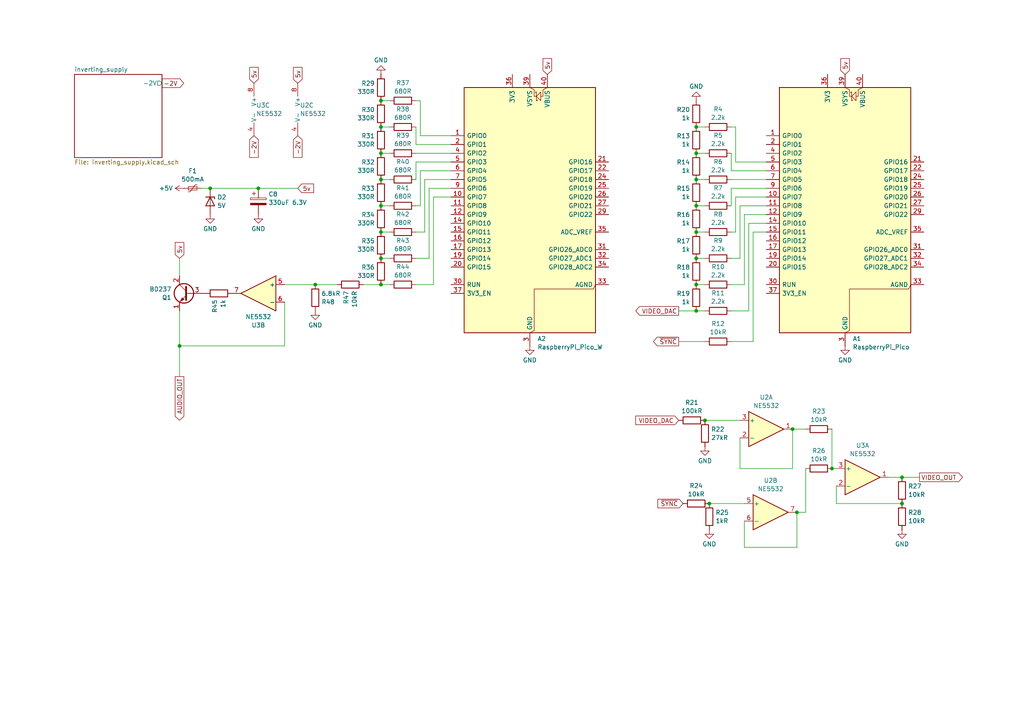
<source format=kicad_sch>
(kicad_sch (version 20231120) (generator "eeschema") (generator_version "8.0")
  (paper "A4")
  (lib_symbols
    (symbol "Amplifier_Operational:NE5532" (pin_names (offset 0.127))
      (property "Reference" "U" (at 0 5.08 0))
      (property "Value" "NE5532" (at 0 -5.08 0))
      (symbol "NE5532_1_1"
        (polyline (pts (xy -5.08 5.08) (xy 5.08 0) (xy -5.08 -5.08) (xy -5.08 5.08)) (stroke (width 0.254)) (fill (type background)))
        (pin output line (at 7.62 0 180) (length 2.54) (name "~") (number "1"))
        (pin input line (at -7.62 -2.54 0) (length 2.54) (name "-") (number "2"))
        (pin input line (at -7.62 2.54 0) (length 2.54) (name "+") (number "3"))
      )
      (symbol "NE5532_2_1"
        (polyline (pts (xy -5.08 5.08) (xy 5.08 0) (xy -5.08 -5.08) (xy -5.08 5.08)) (stroke (width 0.254)) (fill (type background)))
        (pin input line (at -7.62 2.54 0) (length 2.54) (name "+") (number "5"))
        (pin input line (at -7.62 -2.54 0) (length 2.54) (name "-") (number "6"))
        (pin output line (at 7.62 0 180) (length 2.54) (name "~") (number "7"))
      )
      (symbol "NE5532_3_1"
        (pin power_in line (at -2.54 -7.62 90) (length 3.81) (name "V-") (number "4"))
        (pin power_in line (at -2.54 7.62 270) (length 3.81) (name "V+") (number "8"))
      )
    )
    (symbol "Device:C_Polarized" (pin_numbers hide) (pin_names (offset 0.254))
      (property "Reference" "C" (at 0.635 2.54 0))
      (property "Value" "C_Polarized" (at 0.635 -2.54 0))
      (symbol "C_Polarized_0_1"
        (rectangle (start -2.286 0.508) (end 2.286 1.016))
        (polyline (pts (xy -1.778 2.286) (xy -0.762 2.286)))
        (polyline (pts (xy -1.27 2.794) (xy -1.27 1.778)))
        (rectangle (start 2.286 -0.508) (end -2.286 -1.016) (fill (type outline)))
      )
      (symbol "C_Polarized_1_1"
        (pin passive line (at 0 3.81 270) (length 2.794) (name "~") (number "1"))
        (pin passive line (at 0 -3.81 90) (length 2.794) (name "~") (number "2"))
      )
    )
    (symbol "Device:D_Zener" (pin_numbers hide) (pin_names (offset 1.016) hide)
      (property "Reference" "D" (at 0 2.54 0))
      (property "Value" "D_Zener" (at 0 -2.54 0))
      (symbol "D_Zener_0_1"
        (polyline (pts (xy 1.27 0) (xy -1.27 0)))
        (polyline (pts (xy -1.27 -1.27) (xy -1.27 1.27) (xy -0.762 1.27)) (stroke (width 0.254)))
        (polyline (pts (xy 1.27 -1.27) (xy 1.27 1.27) (xy -1.27 0) (xy 1.27 -1.27)) (stroke (width 0.254)))
      )
      (symbol "D_Zener_1_1"
        (pin passive line (at -3.81 0 0) (length 2.54) (name "K") (number "1"))
        (pin passive line (at 3.81 0 180) (length 2.54) (name "A") (number "2"))
      )
    )
    (symbol "Device:Polyfuse_Small" (pin_numbers hide) (pin_names (offset 0))
      (property "Reference" "F" (at -1.905 0 90))
      (property "Value" "Polyfuse_Small" (at 1.905 0 90))
      (symbol "Polyfuse_Small_0_1"
        (rectangle (start -0.508 1.27) (end 0.508 -1.27))
        (polyline (pts (xy 0 2.54) (xy 0 -2.54)))
        (polyline (pts (xy -1.016 1.27) (xy -1.016 0.762) (xy 1.016 -0.762) (xy 1.016 -1.27)))
      )
      (symbol "Polyfuse_Small_1_1"
        (pin passive line (at 0 2.54 270) (length 0.635) (name "~") (number "1"))
        (pin passive line (at 0 -2.54 90) (length 0.635) (name "~") (number "2"))
      )
    )
    (symbol "Device:R" (pin_numbers hide) (pin_names (offset 0))
      (property "Reference" "R" (at 2.032 0 90))
      (property "Value" "R" (at 0 0 90))
      (symbol "R_0_1"
        (rectangle (start -1.016 -2.54) (end 1.016 2.54) (stroke (width 0.254)))
      )
      (symbol "R_1_1"
        (pin passive line (at 0 3.81 270) (length 1.27) (name "~") (number "1"))
        (pin passive line (at 0 -3.81 90) (length 1.27) (name "~") (number "2"))
      )
    )
    (symbol "MCU_Module_RaspberryPi_Pico:RaspberryPi_Pico" (pin_names (offset 0.762))
      (property "Reference" "A" (at -19.05 38.1 0))
      (property "Value" "RaspberryPi_Pico" (at 7.62 38.1 0))
      (symbol "RaspberryPi_Pico_0_1"
        (rectangle (start -19.05 36.83) (end 19.05 -34.29) (stroke (width 0.254)) (fill (type background)))
        (polyline (pts (xy 0 36.83) (xy 1.27 36.195) (xy 1.27 34.29) (xy 1.905 34.29)))
        (polyline (pts (xy 1.905 34.29) (xy 3.175 35.56) (xy 3.175 33.02) (xy 1.905 34.29)))
        (polyline (pts (xy 5.08 36.83) (xy 3.81 36.195) (xy 3.81 34.29) (xy 3.175 34.29)))
        (polyline (pts (xy 0 -34.29) (xy 1.27 -33.655) (xy 1.27 -21.59) (xy 18.415 -21.59) (xy 19.05 -20.32)))
        (polyline (pts (xy 1.651 35.306) (xy 1.651 35.56) (xy 1.905 35.56) (xy 1.905 33.02) (xy 2.159 33.02) (xy 2.159 33.274)))
      )
      (symbol "RaspberryPi_Pico_1_1"
        (pin bidirectional line (at -22.86 22.86 0) (length 3.81) (name "GPIO0") (number "1"))
        (pin bidirectional line (at -22.86 5.08 0) (length 3.81) (name "GPIO7") (number "10"))
        (pin bidirectional line (at -22.86 2.54 0) (length 3.81) (name "GPIO8") (number "11"))
        (pin bidirectional line (at -22.86 0 0) (length 3.81) (name "GPIO9") (number "12"))
        (pin passive line (at 0 -38.1 90) (length 3.81) hide (name "GND") (number "13"))
        (pin bidirectional line (at -22.86 -2.54 0) (length 3.81) (name "GPIO10") (number "14"))
        (pin bidirectional line (at -22.86 -5.08 0) (length 3.81) (name "GPIO11") (number "15"))
        (pin bidirectional line (at -22.86 -7.62 0) (length 3.81) (name "GPIO12") (number "16"))
        (pin bidirectional line (at -22.86 -10.16 0) (length 3.81) (name "GPIO13") (number "17"))
        (pin passive line (at 0 -38.1 90) (length 3.81) hide (name "GND") (number "18"))
        (pin bidirectional line (at -22.86 -12.7 0) (length 3.81) (name "GPIO14") (number "19"))
        (pin bidirectional line (at -22.86 20.32 0) (length 3.81) (name "GPIO1") (number "2"))
        (pin bidirectional line (at -22.86 -15.24 0) (length 3.81) (name "GPIO15") (number "20"))
        (pin bidirectional line (at 22.86 15.24 180) (length 3.81) (name "GPIO16") (number "21"))
        (pin bidirectional line (at 22.86 12.7 180) (length 3.81) (name "GPIO17") (number "22"))
        (pin passive line (at 0 -38.1 90) (length 3.81) hide (name "GND") (number "23"))
        (pin bidirectional line (at 22.86 10.16 180) (length 3.81) (name "GPIO18") (number "24"))
        (pin bidirectional line (at 22.86 7.62 180) (length 3.81) (name "GPIO19") (number "25"))
        (pin bidirectional line (at 22.86 5.08 180) (length 3.81) (name "GPIO20") (number "26"))
        (pin bidirectional line (at 22.86 2.54 180) (length 3.81) (name "GPIO21") (number "27"))
        (pin passive line (at 0 -38.1 90) (length 3.81) hide (name "GND") (number "28"))
        (pin bidirectional line (at 22.86 0 180) (length 3.81) (name "GPIO22") (number "29"))
        (pin power_out line (at 0 -38.1 90) (length 3.81) (name "GND") (number "3"))
        (pin input line (at -22.86 -20.32 0) (length 3.81) (name "RUN") (number "30"))
        (pin bidirectional line (at 22.86 -10.16 180) (length 3.81) (name "GPIO26_ADC0") (number "31"))
        (pin bidirectional line (at 22.86 -12.7 180) (length 3.81) (name "GPIO27_ADC1") (number "32"))
        (pin power_out line (at 22.86 -20.32 180) (length 3.81) (name "AGND") (number "33"))
        (pin bidirectional line (at 22.86 -15.24 180) (length 3.81) (name "GPIO28_ADC2") (number "34"))
        (pin power_in line (at 22.86 -5.08 180) (length 3.81) (name "ADC_VREF") (number "35"))
        (pin power_out line (at -5.08 40.64 270) (length 3.81) (name "3V3") (number "36"))
        (pin input line (at -22.86 -22.86 0) (length 3.81) (name "3V3_EN") (number "37"))
        (pin passive line (at 0 -38.1 90) (length 3.81) hide (name "GND") (number "38"))
        (pin power_in line (at 0 40.64 270) (length 3.81) (name "VSYS") (number "39"))
        (pin bidirectional line (at -22.86 17.78 0) (length 3.81) (name "GPIO2") (number "4"))
        (pin power_out line (at 5.08 40.64 270) (length 3.81) (name "VBUS") (number "40"))
        (pin bidirectional line (at -22.86 15.24 0) (length 3.81) (name "GPIO3") (number "5"))
        (pin bidirectional line (at -22.86 12.7 0) (length 3.81) (name "GPIO4") (number "6"))
        (pin bidirectional line (at -22.86 10.16 0) (length 3.81) (name "GPIO5") (number "7"))
        (pin passive line (at 0 -38.1 90) (length 3.81) hide (name "GND") (number "8"))
        (pin bidirectional line (at -22.86 7.62 0) (length 3.81) (name "GPIO6") (number "9"))
      )
    )
    (symbol "MCU_Module_RaspberryPi_Pico:RaspberryPi_Pico_W" (pin_names (offset 0.762))
      (property "Reference" "A" (at -19.05 38.1 0))
      (property "Value" "RaspberryPi_Pico_W" (at 7.62 38.1 0))
      (symbol "RaspberryPi_Pico_W_0_1"
        (rectangle (start -19.05 36.83) (end 19.05 -34.29) (stroke (width 0.254)) (fill (type background)))
        (polyline (pts (xy 0 36.83) (xy 1.27 36.195) (xy 1.27 34.29) (xy 1.905 34.29)))
        (polyline (pts (xy 1.905 34.29) (xy 3.175 35.56) (xy 3.175 33.02) (xy 1.905 34.29)))
        (polyline (pts (xy 5.08 36.83) (xy 3.81 36.195) (xy 3.81 34.29) (xy 3.175 34.29)))
        (polyline (pts (xy 0 -34.29) (xy 1.27 -33.655) (xy 1.27 -21.59) (xy 18.415 -21.59) (xy 19.05 -20.32)))
        (polyline (pts (xy 1.651 35.306) (xy 1.651 35.56) (xy 1.905 35.56) (xy 1.905 33.02) (xy 2.159 33.02) (xy 2.159 33.274)))
      )
      (symbol "RaspberryPi_Pico_W_1_1"
        (pin bidirectional line (at -22.86 22.86 0) (length 3.81) (name "GPIO0") (number "1"))
        (pin bidirectional line (at -22.86 5.08 0) (length 3.81) (name "GPIO7") (number "10"))
        (pin bidirectional line (at -22.86 2.54 0) (length 3.81) (name "GPIO8") (number "11"))
        (pin bidirectional line (at -22.86 0 0) (length 3.81) (name "GPIO9") (number "12"))
        (pin passive line (at 0 -38.1 90) (length 3.81) hide (name "GND") (number "13"))
        (pin bidirectional line (at -22.86 -2.54 0) (length 3.81) (name "GPIO10") (number "14"))
        (pin bidirectional line (at -22.86 -5.08 0) (length 3.81) (name "GPIO11") (number "15"))
        (pin bidirectional line (at -22.86 -7.62 0) (length 3.81) (name "GPIO12") (number "16"))
        (pin bidirectional line (at -22.86 -10.16 0) (length 3.81) (name "GPIO13") (number "17"))
        (pin passive line (at 0 -38.1 90) (length 3.81) hide (name "GND") (number "18"))
        (pin bidirectional line (at -22.86 -12.7 0) (length 3.81) (name "GPIO14") (number "19"))
        (pin bidirectional line (at -22.86 20.32 0) (length 3.81) (name "GPIO1") (number "2"))
        (pin bidirectional line (at -22.86 -15.24 0) (length 3.81) (name "GPIO15") (number "20"))
        (pin bidirectional line (at 22.86 15.24 180) (length 3.81) (name "GPIO16") (number "21"))
        (pin bidirectional line (at 22.86 12.7 180) (length 3.81) (name "GPIO17") (number "22"))
        (pin passive line (at 0 -38.1 90) (length 3.81) hide (name "GND") (number "23"))
        (pin bidirectional line (at 22.86 10.16 180) (length 3.81) (name "GPIO18") (number "24"))
        (pin bidirectional line (at 22.86 7.62 180) (length 3.81) (name "GPIO19") (number "25"))
        (pin bidirectional line (at 22.86 5.08 180) (length 3.81) (name "GPIO20") (number "26"))
        (pin bidirectional line (at 22.86 2.54 180) (length 3.81) (name "GPIO21") (number "27"))
        (pin passive line (at 0 -38.1 90) (length 3.81) hide (name "GND") (number "28"))
        (pin bidirectional line (at 22.86 0 180) (length 3.81) (name "GPIO22") (number "29"))
        (pin power_out line (at 0 -38.1 90) (length 3.81) (name "GND") (number "3"))
        (pin input line (at -22.86 -20.32 0) (length 3.81) (name "RUN") (number "30"))
        (pin bidirectional line (at 22.86 -10.16 180) (length 3.81) (name "GPIO26_ADC0") (number "31"))
        (pin bidirectional line (at 22.86 -12.7 180) (length 3.81) (name "GPIO27_ADC1") (number "32"))
        (pin power_out line (at 22.86 -20.32 180) (length 3.81) (name "AGND") (number "33"))
        (pin bidirectional line (at 22.86 -15.24 180) (length 3.81) (name "GPIO28_ADC2") (number "34"))
        (pin power_in line (at 22.86 -5.08 180) (length 3.81) (name "ADC_VREF") (number "35"))
        (pin power_out line (at -5.08 40.64 270) (length 3.81) (name "3V3") (number "36"))
        (pin input line (at -22.86 -22.86 0) (length 3.81) (name "3V3_EN") (number "37"))
        (pin passive line (at 0 -38.1 90) (length 3.81) hide (name "GND") (number "38"))
        (pin power_in line (at 0 40.64 270) (length 3.81) (name "VSYS") (number "39"))
        (pin bidirectional line (at -22.86 17.78 0) (length 3.81) (name "GPIO2") (number "4"))
        (pin power_out line (at 5.08 40.64 270) (length 3.81) (name "VBUS") (number "40"))
        (pin bidirectional line (at -22.86 15.24 0) (length 3.81) (name "GPIO3") (number "5"))
        (pin bidirectional line (at -22.86 12.7 0) (length 3.81) (name "GPIO4") (number "6"))
        (pin bidirectional line (at -22.86 10.16 0) (length 3.81) (name "GPIO5") (number "7"))
        (pin passive line (at 0 -38.1 90) (length 3.81) hide (name "GND") (number "8"))
        (pin bidirectional line (at -22.86 7.62 0) (length 3.81) (name "GPIO6") (number "9"))
      )
    )
    (symbol "Transistor_BJT:BD237" (pin_names (offset 0) hide)
      (property "Reference" "Q" (at 5.08 1.905 0))
      (property "Value" "BD237" (at 5.08 0 0))
      (symbol "BD237_0_1"
        (polyline (pts (xy 0 0) (xy 0.635 0)))
        (polyline (pts (xy 2.54 -2.54) (xy 0.635 -0.635)))
        (polyline (pts (xy 2.54 2.54) (xy 0.635 0.635)))
        (polyline (pts (xy 0.635 1.905) (xy 0.635 -1.905) (xy 0.635 -1.905)) (stroke (width 0.508)) (fill (type outline)))
        (polyline (pts (xy 1.2446 -1.778) (xy 1.7526 -1.27) (xy 2.286 -2.286) (xy 1.2446 -1.778) (xy 1.2446 -1.778)) (fill (type outline)))
        (circle (center 1.27 0) (radius 2.8194) (stroke (width 0.3048)))
      )
      (symbol "BD237_1_1"
        (pin passive line (at 2.54 -5.08 90) (length 2.54) (name "E") (number "1"))
        (pin passive line (at 2.54 5.08 270) (length 2.54) (name "C") (number "2"))
        (pin input line (at -5.08 0 0) (length 5.08) (name "B") (number "3"))
      )
    )
    (symbol "power:+5V" (power) (pin_numbers hide) (pin_names (offset 0) hide)
      (property "Value" "+5V" (at 0 3.556 0))
      (symbol "+5V_0_1"
        (polyline (pts (xy -0.762 1.27) (xy 0 2.54)))
        (polyline (pts (xy 0 0) (xy 0 2.54)))
        (polyline (pts (xy 0 2.54) (xy 0.762 1.27)))
      )
      (symbol "+5V_1_1"
        (pin power_in line (at 0 0 90) (length 0) (name "~") (number "1"))
      )
    )
    (symbol "power:GND" (power) (pin_numbers hide) (pin_names (offset 0) hide)
      (property "Value" "GND" (at 0 -3.81 0))
      (symbol "GND_0_1"
        (polyline (pts (xy 0 0) (xy 0 -1.27) (xy 1.27 -1.27) (xy 0 -2.54) (xy -1.27 -1.27) (xy 0 -1.27)))
      )
      (symbol "GND_1_1"
        (pin power_in line (at 0 0 270) (length 0) (name "~") (number "1"))
      )
    )
  )
  (junction (at 201.93 74.93))
  (junction (at 201.93 67.31))
  (junction (at 261.62 138.43))
  (junction (at 110.49 36.83))
  (junction (at 91.44 82.55))
  (junction (at 231.14 148.59))
  (junction (at 110.49 44.45))
  (junction (at 110.49 67.31))
  (junction (at 110.49 82.55))
  (junction (at 60.96 54.61))
  (junction (at 110.49 59.69))
  (junction (at 52.07 100.33))
  (junction (at 261.62 146.05))
  (junction (at 201.93 82.55))
  (junction (at 201.93 59.69))
  (junction (at 110.49 29.21))
  (junction (at 110.49 52.07))
  (junction (at 229.87 124.46))
  (junction (at 110.49 74.93))
  (junction (at 201.93 44.45))
  (junction (at 205.74 146.05))
  (junction (at 201.93 90.17))
  (junction (at 201.93 52.07))
  (junction (at 74.93 54.61))
  (junction (at 241.3 135.89))
  (junction (at 201.93 36.83))
  (junction (at 204.47 121.92))
  (wire (pts (xy 201.93 44.45) (xy 204.47 44.45)))
  (wire (pts (xy 212.09 54.61) (xy 212.09 59.69)))
  (wire (pts (xy 110.49 44.45) (xy 113.03 44.45)))
  (wire (pts (xy 201.93 36.83) (xy 204.47 36.83)))
  (wire (pts (xy 214.63 59.69) (xy 214.63 74.93)))
  (wire (pts (xy 120.65 82.55) (xy 125.73 82.55)))
  (wire (pts (xy 201.93 67.31) (xy 204.47 67.31)))
  (wire (pts (xy 217.17 64.77) (xy 217.17 90.17)))
  (wire (pts (xy 201.93 52.07) (xy 204.47 52.07)))
  (wire (pts (xy 196.85 99.06) (xy 204.47 99.06)))
  (wire (pts (xy 120.65 46.99) (xy 120.65 52.07)))
  (wire (pts (xy 212.09 49.53) (xy 212.09 44.45)))
  (wire (pts (xy 222.25 54.61) (xy 212.09 54.61)))
  (wire (pts (xy 261.62 146.05) (xy 242.57 146.05)))
  (wire (pts (xy 212.09 90.17) (xy 217.17 90.17)))
  (wire (pts (xy 130.81 52.07) (xy 123.19 52.07)))
  (wire (pts (xy 222.25 49.53) (xy 212.09 49.53)))
  (wire (pts (xy 215.9 158.75) (xy 231.14 158.75)))
  (wire (pts (xy 110.49 67.31) (xy 113.03 67.31)))
  (wire (pts (xy 201.93 90.17) (xy 204.47 90.17)))
  (wire (pts (xy 110.49 59.69) (xy 113.03 59.69)))
  (wire (pts (xy 52.07 74.93) (xy 52.07 80.01)))
  (wire (pts (xy 213.36 57.15) (xy 213.36 67.31)))
  (wire (pts (xy 215.9 151.13) (xy 215.9 158.75)))
  (wire (pts (xy 120.65 44.45) (xy 130.81 44.45)))
  (wire (pts (xy 201.93 74.93) (xy 204.47 74.93)))
  (wire (pts (xy 204.47 121.92) (xy 214.63 121.92)))
  (wire (pts (xy 121.92 39.37) (xy 121.92 29.21)))
  (wire (pts (xy 261.62 138.43) (xy 266.7 138.43)))
  (wire (pts (xy 130.81 54.61) (xy 124.46 54.61)))
  (wire (pts (xy 91.44 82.55) (xy 97.79 82.55)))
  (wire (pts (xy 213.36 36.83) (xy 212.09 36.83)))
  (wire (pts (xy 196.85 90.17) (xy 201.93 90.17)))
  (wire (pts (xy 222.25 64.77) (xy 217.17 64.77)))
  (wire (pts (xy 212.09 52.07) (xy 222.25 52.07)))
  (wire (pts (xy 201.93 59.69) (xy 204.47 59.69)))
  (wire (pts (xy 124.46 74.93) (xy 120.65 74.93)))
  (wire (pts (xy 121.92 59.69) (xy 120.65 59.69)))
  (wire (pts (xy 74.93 54.61) (xy 86.36 54.61)))
  (wire (pts (xy 130.81 46.99) (xy 120.65 46.99)))
  (wire (pts (xy 110.49 74.93) (xy 113.03 74.93)))
  (wire (pts (xy 213.36 67.31) (xy 212.09 67.31)))
  (wire (pts (xy 82.55 100.33) (xy 82.55 87.63)))
  (wire (pts (xy 233.68 124.46) (xy 229.87 124.46)))
  (wire (pts (xy 213.36 46.99) (xy 213.36 36.83)))
  (wire (pts (xy 121.92 39.37) (xy 130.81 39.37)))
  (wire (pts (xy 241.3 135.89) (xy 242.57 135.89)))
  (wire (pts (xy 52.07 90.17) (xy 52.07 100.33)))
  (wire (pts (xy 222.25 57.15) (xy 213.36 57.15)))
  (wire (pts (xy 205.74 146.05) (xy 215.9 146.05)))
  (wire (pts (xy 52.07 100.33) (xy 52.07 109.22)))
  (wire (pts (xy 257.81 138.43) (xy 261.62 138.43)))
  (wire (pts (xy 124.46 54.61) (xy 124.46 74.93)))
  (wire (pts (xy 60.96 54.61) (xy 74.93 54.61)))
  (wire (pts (xy 123.19 52.07) (xy 123.19 67.31)))
  (wire (pts (xy 214.63 127) (xy 214.63 135.89)))
  (wire (pts (xy 222.25 67.31) (xy 218.44 67.31)))
  (wire (pts (xy 233.68 148.59) (xy 231.14 148.59)))
  (wire (pts (xy 231.14 158.75) (xy 231.14 148.59)))
  (wire (pts (xy 215.9 82.55) (xy 212.09 82.55)))
  (wire (pts (xy 130.81 41.91) (xy 120.65 41.91)))
  (wire (pts (xy 125.73 57.15) (xy 125.73 82.55)))
  (wire (pts (xy 213.36 46.99) (xy 222.25 46.99)))
  (wire (pts (xy 110.49 52.07) (xy 113.03 52.07)))
  (wire (pts (xy 110.49 82.55) (xy 113.03 82.55)))
  (wire (pts (xy 218.44 67.31) (xy 218.44 99.06)))
  (wire (pts (xy 222.25 62.23) (xy 215.9 62.23)))
  (wire (pts (xy 229.87 135.89) (xy 229.87 124.46)))
  (wire (pts (xy 110.49 36.83) (xy 113.03 36.83)))
  (wire (pts (xy 215.9 62.23) (xy 215.9 82.55)))
  (wire (pts (xy 218.44 99.06) (xy 212.09 99.06)))
  (wire (pts (xy 201.93 82.55) (xy 204.47 82.55)))
  (wire (pts (xy 82.55 82.55) (xy 91.44 82.55)))
  (wire (pts (xy 214.63 74.93) (xy 212.09 74.93)))
  (wire (pts (xy 241.3 124.46) (xy 241.3 135.89)))
  (wire (pts (xy 130.81 57.15) (xy 125.73 57.15)))
  (wire (pts (xy 130.81 49.53) (xy 121.92 49.53)))
  (wire (pts (xy 233.68 135.89) (xy 233.68 148.59)))
  (wire (pts (xy 110.49 29.21) (xy 113.03 29.21)))
  (wire (pts (xy 105.41 82.55) (xy 110.49 82.55)))
  (wire (pts (xy 121.92 29.21) (xy 120.65 29.21)))
  (wire (pts (xy 222.25 59.69) (xy 214.63 59.69)))
  (wire (pts (xy 214.63 135.89) (xy 229.87 135.89)))
  (wire (pts (xy 242.57 146.05) (xy 242.57 140.97)))
  (wire (pts (xy 121.92 49.53) (xy 121.92 59.69)))
  (wire (pts (xy 120.65 41.91) (xy 120.65 36.83)))
  (wire (pts (xy 58.42 54.61) (xy 60.96 54.61)))
  (wire (pts (xy 52.07 100.33) (xy 82.55 100.33)))
  (wire (pts (xy 123.19 67.31) (xy 120.65 67.31)))
  (global_label "~{SYNC}" (shape output) (at 196.85 99.06 180) (property "Intersheetrefs" "${INTERSHEET_REFS}" (effects (hide yes))))
  (global_label "5v" (shape input) (at 86.36 24.13 90) (property "Intersheetrefs" "${INTERSHEET_REFS}" (effects (hide yes))))
  (global_label "VIDEO_DAC" (shape input) (at 196.85 121.92 180) (property "Intersheetrefs" "${INTERSHEET_REFS}" (effects (hide yes))))
  (global_label "5v" (shape input) (at 73.66 24.13 90) (property "Intersheetrefs" "${INTERSHEET_REFS}" (effects (hide yes))))
  (global_label "5v" (shape input) (at 86.36 54.61 0) (property "Intersheetrefs" "${INTERSHEET_REFS}" (effects (hide yes))))
  (global_label "-2V" (shape input) (at 73.66 39.37 270) (property "Intersheetrefs" "${INTERSHEET_REFS}" (effects (hide yes))))
  (global_label "-2V" (shape output) (at 46.99 24.13 0) (property "Intersheetrefs" "${INTERSHEET_REFS}" (effects (hide yes))))
  (global_label "5v" (shape input) (at 158.75 21.59 90) (property "Intersheetrefs" "${INTERSHEET_REFS}" (effects (hide yes))))
  (global_label "~{SYNC}" (shape input) (at 198.12 146.05 180) (property "Intersheetrefs" "${INTERSHEET_REFS}" (effects (hide yes))))
  (global_label "VIDEO_DAC" (shape output) (at 196.85 90.17 180) (property "Intersheetrefs" "${INTERSHEET_REFS}" (effects (hide yes))))
  (global_label "VIDEO_OUT" (shape output) (at 266.7 138.43 0) (property "Intersheetrefs" "${INTERSHEET_REFS}" (effects (hide yes))))
  (global_label "-2V" (shape input) (at 86.36 39.37 270) (property "Intersheetrefs" "${INTERSHEET_REFS}" (effects (hide yes))))
  (global_label "AUDIO_OUT" (shape output) (at 52.07 109.22 270) (property "Intersheetrefs" "${INTERSHEET_REFS}" (effects (hide yes))))
  (global_label "5v" (shape input) (at 245.11 21.59 90) (property "Intersheetrefs" "${INTERSHEET_REFS}" (effects (hide yes))))
  (global_label "5v" (shape input) (at 52.07 74.93 90) (property "Intersheetrefs" "${INTERSHEET_REFS}" (effects (hide yes))))
  (symbol (lib_id "Device:R") (at 208.28 67.31 90) (unit 1)
    (property "Reference" "R8" (at 208.28 62.1495 90))
    (property "Value" "2.2k" (at 208.28 64.5738 90))
    (property "Description" "Resistor" (effects (hide yes)))
  )
  (symbol (lib_id "Device:C_Polarized") (at 74.93 58.42 0) (unit 1)
    (property "Reference" "C8" (at 77.851 56.3188 0) (effects (justify left)))
    (property "Value" "330uF 6.3V" (at 77.851 58.7431 0) (effects (justify left)))
    (property "Description" "Polarized capacitor" (effects (hide yes)))
  )
  (symbol (lib_id "Device:R") (at 110.49 33.02 0) (mirror x) (unit 1)
    (property "Reference" "R30" (at 108.712 31.8078 0) (effects (justify right)))
    (property "Value" "330R" (at 108.712 34.2321 0) (effects (justify right)))
    (property "Description" "Resistor" (effects (hide yes)))
  )
  (symbol (lib_id "power:GND") (at 153.67 100.33 0) (unit 1)
    (property "Reference" "#PWR015" (effects (hide yes)))
    (property "Value" "GND" (at 153.67 104.4631 0))
    (property "Description" "Power symbol creates a global label with name \"GND\" , ground" (effects (hide yes)))
  )
  (symbol (lib_id "Device:R") (at 201.93 55.88 0) (mirror x) (unit 1)
    (property "Reference" "R15" (at 200.152 54.6678 0) (effects (justify right)))
    (property "Value" "1k" (at 200.152 57.0921 0) (effects (justify right)))
    (property "Description" "Resistor" (effects (hide yes)))
  )
  (symbol (lib_id "Device:R") (at 110.49 63.5 0) (mirror x) (unit 1)
    (property "Reference" "R34" (at 108.712 62.2878 0) (effects (justify right)))
    (property "Value" "330R" (at 108.712 64.7121 0) (effects (justify right)))
    (property "Description" "Resistor" (effects (hide yes)))
  )
  (symbol (lib_id "Device:R") (at 101.6 82.55 270) (mirror x) (unit 1)
    (property "Reference" "R47" (at 100.3878 84.328 0) (effects (justify right)))
    (property "Value" "10kR" (at 102.8121 84.328 0) (effects (justify right)))
    (property "Description" "Resistor" (effects (hide yes)))
  )
  (symbol (lib_id "Device:R") (at 208.28 99.06 90) (unit 1)
    (property "Reference" "R12" (at 208.28 93.8995 90))
    (property "Value" "10kR" (at 208.28 96.3238 90))
    (property "Description" "Resistor" (effects (hide yes)))
  )
  (symbol (lib_id "Amplifier_Operational:NE5532") (at 250.19 138.43 0) (unit 1)
    (property "Reference" "U3" (at 250.19 129.2055 0))
    (property "Value" "NE5532" (at 250.19 131.6298 0))
    (property "Datasheet" "http://www.ti.com/lit/ds/symlink/ne5532.pdf" (effects (hide yes)))
    (property "Description" "Dual Low-Noise Operational Amplifiers, DIP-8/SOIC-8" (effects (hide yes)))
  )
  (symbol (lib_id "Device:R") (at 205.74 149.86 0) (unit 1)
    (property "Reference" "R25" (at 207.518 148.6478 0) (effects (justify left)))
    (property "Value" "1kR" (at 207.518 151.0721 0) (effects (justify left)))
    (property "Description" "Resistor" (effects (hide yes)))
  )
  (symbol (lib_id "power:GND") (at 74.93 62.23 0) (unit 1)
    (property "Reference" "#PWR019" (effects (hide yes)))
    (property "Value" "GND" (at 74.93 66.3631 0))
    (property "Description" "Power symbol creates a global label with name \"GND\" , ground" (effects (hide yes)))
  )
  (symbol (lib_id "Device:D_Zener") (at 60.96 58.42 270) (unit 1)
    (property "Reference" "D2" (at 62.992 57.2078 90) (effects (justify left)))
    (property "Value" "5V" (at 62.992 59.6321 90) (effects (justify left)))
    (property "Description" "Zener diode" (effects (hide yes)))
  )
  (symbol (lib_id "Device:R") (at 208.28 82.55 90) (unit 1)
    (property "Reference" "R10" (at 208.28 77.3895 90))
    (property "Value" "2.2k" (at 208.28 79.8138 90))
    (property "Description" "Resistor" (effects (hide yes)))
  )
  (symbol (lib_id "Amplifier_Operational:NE5532") (at 88.9 31.75 0) (unit 3)
    (property "Reference" "U2" (at 86.995 30.5378 0) (effects (justify left)))
    (property "Value" "NE5532" (at 86.995 32.9621 0) (effects (justify left)))
    (property "Datasheet" "http://www.ti.com/lit/ds/symlink/ne5532.pdf" (effects (hide yes)))
    (property "Description" "Dual Low-Noise Operational Amplifiers, DIP-8/SOIC-8" (effects (hide yes)))
  )
  (symbol (lib_id "Device:R") (at 116.84 36.83 90) (unit 1)
    (property "Reference" "R38" (at 116.84 31.6695 90))
    (property "Value" "680R" (at 116.84 34.0938 90))
    (property "Description" "Resistor" (effects (hide yes)))
  )
  (symbol (lib_id "Device:R") (at 208.28 52.07 90) (unit 1)
    (property "Reference" "R6" (at 208.28 46.9095 90))
    (property "Value" "2.2k" (at 208.28 49.3338 90))
    (property "Description" "Resistor" (effects (hide yes)))
  )
  (symbol (lib_id "Amplifier_Operational:NE5532") (at 76.2 31.75 0) (unit 3)
    (property "Reference" "U3" (at 74.295 30.5378 0) (effects (justify left)))
    (property "Value" "NE5532" (at 74.295 32.9621 0) (effects (justify left)))
    (property "Datasheet" "http://www.ti.com/lit/ds/symlink/ne5532.pdf" (effects (hide yes)))
    (property "Description" "Dual Low-Noise Operational Amplifiers, DIP-8/SOIC-8" (effects (hide yes)))
  )
  (symbol (lib_id "Device:R") (at 201.93 146.05 270) (unit 1)
    (property "Reference" "R24" (at 201.93 140.8895 90))
    (property "Value" "10kR" (at 201.93 143.3138 90))
    (property "Description" "Resistor" (effects (hide yes)))
  )
  (symbol (lib_id "Device:R") (at 208.28 59.69 90) (unit 1)
    (property "Reference" "R7" (at 208.28 54.5295 90))
    (property "Value" "2.2k" (at 208.28 56.9538 90))
    (property "Description" "Resistor" (effects (hide yes)))
  )
  (symbol (lib_id "Amplifier_Operational:NE5532") (at 223.52 148.59 0) (unit 2)
    (property "Reference" "U2" (at 223.52 139.3655 0))
    (property "Value" "NE5532" (at 223.52 141.7898 0))
    (property "Datasheet" "http://www.ti.com/lit/ds/symlink/ne5532.pdf" (effects (hide yes)))
    (property "Description" "Dual Low-Noise Operational Amplifiers, DIP-8/SOIC-8" (effects (hide yes)))
  )
  (symbol (lib_id "Device:R") (at 201.93 86.36 0) (mirror x) (unit 1)
    (property "Reference" "R19" (at 200.152 85.1478 0) (effects (justify right)))
    (property "Value" "1k" (at 200.152 87.5721 0) (effects (justify right)))
    (property "Description" "Resistor" (effects (hide yes)))
  )
  (symbol (lib_id "Amplifier_Operational:NE5532") (at 74.93 85.09 0) (mirror y) (unit 2)
    (property "Reference" "U3" (at 74.93 94.3145 0))
    (property "Value" "NE5532" (at 74.93 91.8902 0))
    (property "Datasheet" "http://www.ti.com/lit/ds/symlink/ne5532.pdf" (effects (hide yes)))
    (property "Description" "Dual Low-Noise Operational Amplifiers, DIP-8/SOIC-8" (effects (hide yes)))
  )
  (symbol (lib_id "Device:R") (at 201.93 40.64 0) (mirror x) (unit 1)
    (property "Reference" "R13" (at 200.152 39.4278 0) (effects (justify right)))
    (property "Value" "1k" (at 200.152 41.8521 0) (effects (justify right)))
    (property "Description" "Resistor" (effects (hide yes)))
  )
  (symbol (lib_id "Device:R") (at 200.66 121.92 90) (unit 1)
    (property "Reference" "R21" (at 200.66 116.7595 90))
    (property "Value" "100kR" (at 200.66 119.1838 90))
    (property "Description" "Resistor" (effects (hide yes)))
  )
  (symbol (lib_id "power:GND") (at 205.74 153.67 0) (unit 1)
    (property "Reference" "#PWR012" (effects (hide yes)))
    (property "Value" "GND" (at 205.74 157.8031 0))
    (property "Description" "Power symbol creates a global label with name \"GND\" , ground" (effects (hide yes)))
  )
  (symbol (lib_id "power:GND") (at 204.47 129.54 0) (unit 1)
    (property "Reference" "#PWR011" (effects (hide yes)))
    (property "Value" "GND" (at 204.47 133.6731 0))
    (property "Description" "Power symbol creates a global label with name \"GND\" , ground" (effects (hide yes)))
  )
  (symbol (lib_id "power:GND") (at 245.11 100.33 0) (unit 1)
    (property "Reference" "#PWR010" (effects (hide yes)))
    (property "Value" "GND" (at 245.11 104.4631 0))
    (property "Description" "Power symbol creates a global label with name \"GND\" , ground" (effects (hide yes)))
  )
  (symbol (lib_id "Device:R") (at 261.62 142.24 0) (unit 1)
    (property "Reference" "R27" (at 263.398 141.0278 0) (effects (justify left)))
    (property "Value" "10kR" (at 263.398 143.4521 0) (effects (justify left)))
    (property "Description" "Resistor" (effects (hide yes)))
  )
  (symbol (lib_id "power:GND") (at 261.62 153.67 0) (unit 1)
    (property "Reference" "#PWR013" (effects (hide yes)))
    (property "Value" "GND" (at 261.62 157.8031 0))
    (property "Description" "Power symbol creates a global label with name \"GND\" , ground" (effects (hide yes)))
  )
  (symbol (lib_id "power:GND") (at 91.44 90.17 0) (unit 1)
    (property "Reference" "#PWR016" (effects (hide yes)))
    (property "Value" "GND" (at 91.44 94.3031 0))
    (property "Description" "Power symbol creates a global label with name \"GND\" , ground" (effects (hide yes)))
  )
  (symbol (lib_id "Device:R") (at 110.49 40.64 0) (mirror x) (unit 1)
    (property "Reference" "R31" (at 108.712 39.4278 0) (effects (justify right)))
    (property "Value" "330R" (at 108.712 41.8521 0) (effects (justify right)))
    (property "Description" "Resistor" (effects (hide yes)))
  )
  (symbol (lib_id "Device:R") (at 208.28 74.93 90) (unit 1)
    (property "Reference" "R9" (at 208.28 69.7695 90))
    (property "Value" "2.2k" (at 208.28 72.1938 90))
    (property "Description" "Resistor" (effects (hide yes)))
  )
  (symbol (lib_id "Device:R") (at 110.49 78.74 0) (mirror x) (unit 1)
    (property "Reference" "R36" (at 108.712 77.5278 0) (effects (justify right)))
    (property "Value" "330R" (at 108.712 79.9521 0) (effects (justify right)))
    (property "Description" "Resistor" (effects (hide yes)))
  )
  (symbol (lib_id "Device:R") (at 201.93 78.74 0) (mirror x) (unit 1)
    (property "Reference" "R18" (at 200.152 77.5278 0) (effects (justify right)))
    (property "Value" "1k" (at 200.152 79.9521 0) (effects (justify right)))
    (property "Description" "Resistor" (effects (hide yes)))
  )
  (symbol (lib_id "Device:R") (at 208.28 36.83 90) (unit 1)
    (property "Reference" "R4" (at 208.28 31.6695 90))
    (property "Value" "2.2k" (at 208.28 34.0938 90))
    (property "Description" "Resistor" (effects (hide yes)))
  )
  (symbol (lib_id "Device:R") (at 201.93 33.02 0) (mirror x) (unit 1)
    (property "Reference" "R20" (at 200.152 31.8078 0) (effects (justify right)))
    (property "Value" "1k" (at 200.152 34.2321 0) (effects (justify right)))
    (property "Description" "Resistor" (effects (hide yes)))
  )
  (symbol (lib_id "MCU_Module_RaspberryPi_Pico:RaspberryPi_Pico") (at 245.11 62.23 0) (unit 1)
    (property "Reference" "A1" (at 247.3041 98.2401 0) (effects (justify left)))
    (property "Value" "RaspberryPi_Pico" (at 247.3041 100.6644 0) (effects (justify left)))
    (property "Footprint" "Module_RaspberryPi_Pico:RaspberryPi_Pico_Common" (effects (hide yes)))
    (property "Datasheet" "https://datasheets.raspberrypi.com/pico/pico-datasheet.pdf" (effects (hide yes)))
    (property "Description" "Versatile and inexpensive microcontroller module powered by RP2040 dual-core Arm Cortex-M0+ processor up to 133 MHz, 264kB SRAM, 2MB QSPI flash" (effects (hide yes)))
  )
  (symbol (lib_id "Device:R") (at 110.49 25.4 0) (mirror x) (unit 1)
    (property "Reference" "R29" (at 108.712 24.1878 0) (effects (justify right)))
    (property "Value" "330R" (at 108.712 26.6121 0) (effects (justify right)))
    (property "Description" "Resistor" (effects (hide yes)))
  )
  (symbol (lib_id "power:GND") (at 60.96 62.23 0) (unit 1)
    (property "Reference" "#PWR018" (effects (hide yes)))
    (property "Value" "GND" (at 60.96 66.3631 0))
    (property "Description" "Power symbol creates a global label with name \"GND\" , ground" (effects (hide yes)))
  )
  (symbol (lib_id "Device:R") (at 116.84 44.45 90) (unit 1)
    (property "Reference" "R39" (at 116.84 39.2895 90))
    (property "Value" "680R" (at 116.84 41.7138 90))
    (property "Description" "Resistor" (effects (hide yes)))
  )
  (symbol (lib_id "Device:Polyfuse_Small") (at 55.88 54.61 90) (unit 1)
    (property "Reference" "F1" (at 55.88 49.5765 90))
    (property "Value" "500mA" (at 55.88 52.0008 90))
    (property "Description" "Resettable fuse, polymeric positive temperature coefficient, small symbol" (effects (hide yes)))
  )
  (symbol (lib_id "Device:R") (at 237.49 124.46 270) (unit 1)
    (property "Reference" "R23" (at 237.49 119.2995 90))
    (property "Value" "10kR" (at 237.49 121.7238 90))
    (property "Description" "Resistor" (effects (hide yes)))
  )
  (symbol (lib_id "Device:R") (at 116.84 29.21 90) (unit 1)
    (property "Reference" "R37" (at 116.84 24.0495 90))
    (property "Value" "680R" (at 116.84 26.4738 90))
    (property "Description" "Resistor" (effects (hide yes)))
  )
  (symbol (lib_id "Device:R") (at 204.47 125.73 180) (unit 1)
    (property "Reference" "R22" (at 206.248 124.5178 0) (effects (justify right)))
    (property "Value" "27kR" (at 206.248 126.9421 0) (effects (justify right)))
    (property "Description" "Resistor" (effects (hide yes)))
  )
  (symbol (lib_id "Device:R") (at 237.49 135.89 270) (unit 1)
    (property "Reference" "R26" (at 237.49 130.7295 90))
    (property "Value" "10kR" (at 237.49 133.1538 90))
    (property "Description" "Resistor" (effects (hide yes)))
  )
  (symbol (lib_id "Device:R") (at 116.84 59.69 90) (unit 1)
    (property "Reference" "R41" (at 116.84 54.5295 90))
    (property "Value" "680R" (at 116.84 56.9538 90))
    (property "Description" "Resistor" (effects (hide yes)))
  )
  (symbol (lib_id "Device:R") (at 116.84 82.55 90) (unit 1)
    (property "Reference" "R44" (at 116.84 77.3895 90))
    (property "Value" "680R" (at 116.84 79.8138 90))
    (property "Description" "Resistor" (effects (hide yes)))
  )
  (symbol (lib_id "Device:R") (at 201.93 71.12 0) (mirror x) (unit 1)
    (property "Reference" "R17" (at 200.152 69.9078 0) (effects (justify right)))
    (property "Value" "1k" (at 200.152 72.3321 0) (effects (justify right)))
    (property "Description" "Resistor" (effects (hide yes)))
  )
  (symbol (lib_id "Transistor_BJT:BD237") (at 54.61 85.09 0) (mirror y) (unit 1)
    (property "Reference" "Q1" (at 49.7333 86.3022 0) (effects (justify left)))
    (property "Value" "BD237" (at 49.7333 83.8779 0) (effects (justify left)))
    (property "Footprint" "Package_TO_SOT_THT:TO-126-3_Vertical" (effects (hide yes)))
    (property "Datasheet" "https://media.digikey.com/pdf/Data%20Sheets/Micro%20Commercial%20PDFs/BD233,235,237.pdf" (effects (hide yes)))
    (property "Description" "2A Ic, 80V Vce, Low Voltage Transistor, TO-126" (effects (hide yes)))
  )
  (symbol (lib_id "Device:R") (at 261.62 149.86 0) (unit 1)
    (property "Reference" "R28" (at 263.398 148.6478 0) (effects (justify left)))
    (property "Value" "10kR" (at 263.398 151.0721 0) (effects (justify left)))
    (property "Description" "Resistor" (effects (hide yes)))
  )
  (symbol (lib_id "Device:R") (at 116.84 67.31 90) (unit 1)
    (property "Reference" "R42" (at 116.84 62.1495 90))
    (property "Value" "680R" (at 116.84 64.5738 90))
    (property "Description" "Resistor" (effects (hide yes)))
  )
  (symbol (lib_id "Device:R") (at 116.84 74.93 90) (unit 1)
    (property "Reference" "R43" (at 116.84 69.7695 90))
    (property "Value" "680R" (at 116.84 72.1938 90))
    (property "Description" "Resistor" (effects (hide yes)))
  )
  (symbol (lib_id "Device:R") (at 63.5 85.09 270) (mirror x) (unit 1)
    (property "Reference" "R45" (at 62.2878 86.868 0) (effects (justify right)))
    (property "Value" "1k" (at 64.7121 86.868 0) (effects (justify right)))
    (property "Description" "Resistor" (effects (hide yes)))
  )
  (symbol (lib_id "Device:R") (at 110.49 71.12 0) (mirror x) (unit 1)
    (property "Reference" "R35" (at 108.712 69.9078 0) (effects (justify right)))
    (property "Value" "330R" (at 108.712 72.3321 0) (effects (justify right)))
    (property "Description" "Resistor" (effects (hide yes)))
  )
  (symbol (lib_id "Amplifier_Operational:NE5532") (at 222.25 124.46 0) (unit 1)
    (property "Reference" "U2" (at 222.25 115.2355 0))
    (property "Value" "NE5532" (at 222.25 117.6598 0))
    (property "Datasheet" "http://www.ti.com/lit/ds/symlink/ne5532.pdf" (effects (hide yes)))
    (property "Description" "Dual Low-Noise Operational Amplifiers, DIP-8/SOIC-8" (effects (hide yes)))
  )
  (symbol (lib_id "power:+5V") (at 53.34 54.61 90) (unit 1)
    (property "Reference" "#PWR017" (effects (hide yes)))
    (property "Value" "+5V" (at 50.1651 54.61 90) (effects (justify left)))
    (property "Description" "Power symbol creates a global label with name \"+5V\"" (effects (hide yes)))
  )
  (symbol (lib_id "power:GND") (at 201.93 29.21 180) (unit 1)
    (property "Reference" "#PWR09" (effects (hide yes)))
    (property "Value" "GND" (at 201.93 25.0769 0))
    (property "Description" "Power symbol creates a global label with name \"GND\" , ground" (effects (hide yes)))
  )
  (symbol (lib_id "Device:R") (at 110.49 48.26 0) (mirror x) (unit 1)
    (property "Reference" "R32" (at 108.712 47.0478 0) (effects (justify right)))
    (property "Value" "330R" (at 108.712 49.4721 0) (effects (justify right)))
    (property "Description" "Resistor" (effects (hide yes)))
  )
  (symbol (lib_id "Device:R") (at 201.93 63.5 0) (mirror x) (unit 1)
    (property "Reference" "R16" (at 200.152 62.2878 0) (effects (justify right)))
    (property "Value" "1k" (at 200.152 64.7121 0) (effects (justify right)))
    (property "Description" "Resistor" (effects (hide yes)))
  )
  (symbol (lib_id "Device:R") (at 116.84 52.07 90) (unit 1)
    (property "Reference" "R40" (at 116.84 46.9095 90))
    (property "Value" "680R" (at 116.84 49.3338 90))
    (property "Description" "Resistor" (effects (hide yes)))
  )
  (symbol (lib_id "Device:R") (at 208.28 90.17 90) (unit 1)
    (property "Reference" "R11" (at 208.28 85.0095 90))
    (property "Value" "2.2k" (at 208.28 87.4338 90))
    (property "Description" "Resistor" (effects (hide yes)))
  )
  (symbol (lib_id "power:GND") (at 110.49 21.59 180) (unit 1)
    (property "Reference" "#PWR014" (effects (hide yes)))
    (property "Value" "GND" (at 110.49 17.4569 0))
    (property "Description" "Power symbol creates a global label with name \"GND\" , ground" (effects (hide yes)))
  )
  (symbol (lib_id "Device:R") (at 91.44 86.36 0) (mirror y) (unit 1)
    (property "Reference" "R48" (at 93.218 87.5722 0) (effects (justify right)))
    (property "Value" "6.8kR" (at 93.218 85.1479 0) (effects (justify right)))
    (property "Description" "Resistor" (effects (hide yes)))
  )
  (symbol (lib_id "Device:R") (at 110.49 55.88 0) (mirror x) (unit 1)
    (property "Reference" "R33" (at 108.712 54.6678 0) (effects (justify right)))
    (property "Value" "330R" (at 108.712 57.0921 0) (effects (justify right)))
    (property "Description" "Resistor" (effects (hide yes)))
  )
  (symbol (lib_id "MCU_Module_RaspberryPi_Pico:RaspberryPi_Pico_W") (at 153.67 62.23 0) (unit 1)
    (property "Reference" "A2" (at 155.8641 98.2401 0) (effects (justify left)))
    (property "Value" "RaspberryPi_Pico_W" (at 155.8641 100.6644 0) (effects (justify left)))
    (property "Footprint" "Module_RaspberryPi_Pico:RaspberryPi_Pico_Common" (effects (hide yes)))
    (property "Datasheet" "https://datasheets.raspberrypi.com/picow/pico-w-datasheet.pdf" (effects (hide yes)))
    (property "Description" "Versatile and inexpensive wireless microcontroller module powered by RP2040 dual-core Arm Cortex-M0+ processor up to 133 MHz, 264kB SRAM, 2MB QSPI flash, Infineon CYW43439 2.4GHz 802.11n wireless LAN" (effects (hide yes)))
  )
  (symbol (lib_id "Device:R") (at 201.93 48.26 0) (mirror x) (unit 1)
    (property "Reference" "R14" (at 200.152 47.0478 0) (effects (justify right)))
    (property "Value" "1k" (at 200.152 49.4721 0) (effects (justify right)))
    (property "Description" "Resistor" (effects (hide yes)))
  )
  (symbol (lib_id "Device:R") (at 208.28 44.45 90) (unit 1)
    (property "Reference" "R5" (at 208.28 39.2895 90))
    (property "Value" "2.2k" (at 208.28 41.7138 90))
    (property "Description" "Resistor" (effects (hide yes)))
  )
  (sheet (at 21.59 21.59) (size 25.4 24.13) (stroke (width 0.1524))
    (property "Sheetname" "inverting_supply" (at 21.59 20.8784 0) (effects (justify left bottom)))
    (property "Sheetfile" "inverting_supply.kicad_sch" (at 21.59 46.3046 0) (effects (justify left top)))
    (pin "-2V" output (at 46.99 24.13 0))
  )
)
</source>
